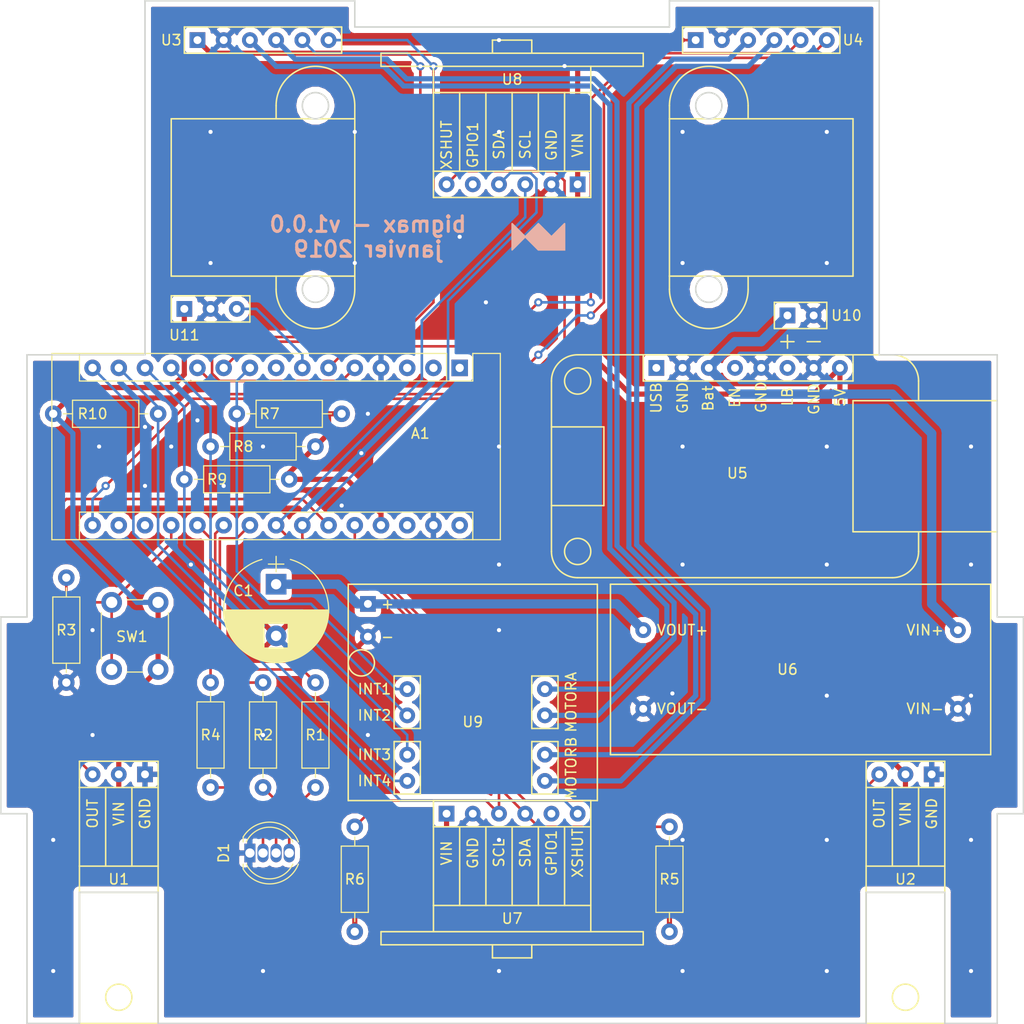
<source format=kicad_pcb>
(kicad_pcb (version 20171130) (host pcbnew "(5.0.2)-1")
  (title_block (title pcb_bigmax) (date 2019-01-17) (rev v1) (company mx))
  (layers (0 F.Cu signal) (31 B.Cu signal) (34 B.Paste user) (35 F.Paste user) (36 B.SilkS user) (37 F.SilkS user) (38 B.Mask user) (39 F.Mask user) (44 Edge.Cuts user))
  (net 0 "")
  (net 1 /XSHUT_b)
  (net 2 /XSHUT_a)
  (net 3 "Net-(A1-Pad30)")
  (net 4 /in4)
  (net 5 /in3)
  (net 6 "Net-(A1-Pad28)")
  (net 7 /in2)
  (net 8 VCC)
  (net 9 /c2_b)
  (net 10 /out_b)
  (net 11 /c2_a)
  (net 12 /out_a)
  (net 13 /in1)
  (net 14 /scl)
  (net 15 "Net-(A1-Pad8)")
  (net 16 /sda)
  (net 17 "Net-(A1-Pad7)")
  (net 18 "Net-(A1-Pad22)")
  (net 19 /c1_b)
  (net 20 "Net-(A1-Pad21)")
  (net 21 /c1_a)
  (net 22 "Net-(A1-Pad20)")
  (net 23 "Net-(A1-Pad19)")
  (net 24 "Net-(A1-Pad3)")
  (net 25 "Net-(A1-Pad18)")
  (net 26 "Net-(A1-Pad2)")
  (net 27 "Net-(A1-Pad17)")
  (net 28 "Net-(A1-Pad1)")
  (net 29 "Net-(D1-Pad4)")
  (net 30 "Net-(D1-Pad3)")
  (net 31 "Net-(D1-Pad2)")
  (net 32 /M1)
  (net 33 /M2)
  (net 34 /M4)
  (net 35 /M3)
  (net 36 +BATT)
  (net 37 +6V)
  (net 38 "Net-(U8-Pad5)")
  (net 39 GND)
  (net 40 "Net-(U5-Pad1)")
  (net 41 "Net-(U5-Pad4)")
  (net 42 "Net-(U5-Pad6)")
  (net 43 "Net-(U7-Pad5)")
  (module bigmax:MT3608 (layer F.Cu) (at 193.04 111.76)
    (fp_text reference U6 (at -16.51 3.81) (layer F.SilkS))
    (fp_text value MT3608)
    (fp_text user VIN+ (at -3.175 0) (layer F.SilkS))
    (fp_text user VIN- (at -3.175 7.62) (layer F.SilkS))
    (fp_text user VOUT+ (at -26.67 0) (layer F.SilkS))
    (fp_text user VOUT- (at -26.67 7.62) (layer F.SilkS))
    (pad 1 thru_hole circle (at 0 0) (size 1.524 1.524) (drill 0.762) (layers *.Cu *.Mask) (net 36 +BATT))
    (pad 3 thru_hole circle (at -30.48 0) (size 1.524 1.524) (drill 0.762) (layers *.Cu *.Mask) (net 37 +6V))
    (pad 2 thru_hole circle (at 0 7.62) (size 1.524 1.524) (drill 0.762) (layers *.Cu *.Mask) (net 39 GND))
    (pad 4 thru_hole circle (at -30.48 7.62) (size 1.524 1.524) (drill 0.762) (layers *.Cu *.Mask) (net 39 GND))
  )
  (module bigmax:batt_connector (layer F.Cu) (at 176.53 81.28)
    (fp_text reference U10 (at 5.715 0) (layer F.SilkS))
    (fp_text value batt_connector)
    (pad 1 thru_hole rect (at 0 0) (size 1.524 1.524) (drill 0.762) (layers *.Cu *.Mask) (net 36 +BATT))
    (pad 2 thru_hole circle (at 2.54 0) (size 1.524 1.524) (drill 0.762) (layers *.Cu *.Mask) (net 39 GND))
  )
  (module bigmax:MX1616 (layer F.Cu) (at 135.89 109.22)
    (fp_text reference U9 (at 10.16 11.43) (layer F.SilkS))
    (fp_text value dc_driver_1A_3-14V)
    (fp_text user MOTORB (at 19.685 15.875 90) (layer F.SilkS))
    (fp_text user MOTORA (at 19.685 9.525 90) (layer F.SilkS))
    (fp_text user INT1 (at 0.635 8.255) (layer F.SilkS))
    (fp_text user INT2 (at 0.635 10.795) (layer F.SilkS))
    (fp_text user INT3 (at 0.635 14.605) (layer F.SilkS))
    (fp_text user INT4 (at 0.635 17.145) (layer F.SilkS))
    (fp_text user + (at 1.905 0) (layer F.SilkS))
    (fp_text user - (at 1.905 3.175) (layer F.SilkS))
    (pad 1 thru_hole rect (at 0 0) (size 1.524 1.524) (drill 0.762) (layers *.Cu *.Mask) (net 37 +6V))
    (pad 2 thru_hole circle (at 0 3.175) (size 1.524 1.524) (drill 0.762) (layers *.Cu *.Mask) (net 39 GND))
    (pad 3 thru_hole circle (at 3.81 8.255) (size 1.524 1.524) (drill 0.762) (layers *.Cu *.Mask) (net 13 /in1))
    (pad 4 thru_hole circle (at 3.81 10.795) (size 1.524 1.524) (drill 0.762) (layers *.Cu *.Mask) (net 7 /in2))
    (pad 5 thru_hole circle (at 3.81 14.605) (size 1.524 1.524) (drill 0.762) (layers *.Cu *.Mask) (net 5 /in3))
    (pad 6 thru_hole circle (at 3.81 17.145) (size 1.524 1.524) (drill 0.762) (layers *.Cu *.Mask) (net 4 /in4))
    (pad 7 thru_hole circle (at 17.145 8.255) (size 1.524 1.524) (drill 0.762) (layers *.Cu *.Mask) (net 32 /M1))
    (pad 8 thru_hole circle (at 17.145 10.795) (size 1.524 1.524) (drill 0.762) (layers *.Cu *.Mask) (net 33 /M2))
    (pad 9 thru_hole circle (at 17.145 14.605) (size 1.524 1.524) (drill 0.762) (layers *.Cu *.Mask) (net 35 /M3))
    (pad 10 thru_hole circle (at 17.145 17.145) (size 1.524 1.524) (drill 0.762) (layers *.Cu *.Mask) (net 34 /M4))
  )
  (module bigmax:dc_geared_encoder (layer F.Cu) (at 167.64 54.61)
    (fp_text reference U4 (at 15.24 0) (layer F.SilkS))
    (fp_text value dc_geared_encoder)
    (pad 6 thru_hole circle (at 12.7 0) (size 1.524 1.524) (drill 0.762) (layers *.Cu *.Mask) (net 9 /c2_b))
    (pad 5 thru_hole circle (at 10.16 0) (size 1.524 1.524) (drill 0.762) (layers *.Cu *.Mask) (net 19 /c1_b))
    (pad 4 thru_hole circle (at 7.62 0) (size 1.524 1.524) (drill 0.762) (layers *.Cu *.Mask) (net 34 /M4))
    (pad 3 thru_hole circle (at 5.08 0) (size 1.524 1.524) (drill 0.762) (layers *.Cu *.Mask) (net 35 /M3))
    (pad 2 thru_hole circle (at 2.54 0) (size 1.524 1.524) (drill 0.762) (layers *.Cu *.Mask) (net 39 GND))
    (pad 1 thru_hole rect (at 0 0) (size 1.524 1.524) (drill 0.762) (layers *.Cu *.Mask) (net 8 VCC))
  )
  (module bigmax:vl53l0x (layer F.Cu) (at 156.21 68.58 180)
    (fp_text reference U8 (at 6.35 10.16 180) (layer F.SilkS))
    (fp_text value VL53L0X_b)
    (fp_text user XSHUT (at 12.7 3.81 270) (layer F.SilkS))
    (fp_text user GPIO1 (at 10.16 3.81 270) (layer F.SilkS))
    (fp_text user SDA (at 7.62 3.81 270) (layer F.SilkS))
    (fp_text user SCL (at 5.08 3.81 270) (layer F.SilkS))
    (fp_text user GND (at 2.54 3.81 270) (layer F.SilkS))
    (fp_text user VIN (at 0 3.81 270) (layer F.SilkS))
    (pad 6 thru_hole circle (at 12.7 0 180) (size 1.524 1.524) (drill 0.762) (layers *.Cu *.Mask) (net 1 /XSHUT_b))
    (pad 5 thru_hole circle (at 10.16 0 180) (size 1.524 1.524) (drill 0.762) (layers *.Cu *.Mask) (net 38 "Net-(U8-Pad5)"))
    (pad 4 thru_hole circle (at 7.62 0 180) (size 1.524 1.524) (drill 0.762) (layers *.Cu *.Mask) (net 14 /scl))
    (pad 3 thru_hole circle (at 5.08 0 180) (size 1.524 1.524) (drill 0.762) (layers *.Cu *.Mask) (net 16 /sda))
    (pad 2 thru_hole circle (at 2.54 0 180) (size 1.524 1.524) (drill 0.762) (layers *.Cu *.Mask) (net 39 GND))
    (pad 1 thru_hole rect (at 0 0 180) (size 1.524 1.524) (drill 0.762) (layers *.Cu *.Mask) (net 8 VCC))
  )
  (module LEDs:LED_D5.0mm-4 (layer F.Cu) (at 124.46 133.35)
    (fp_text reference D1 (at -2.54 0 90) (layer F.SilkS))
    (fp_text value LED_CRGB)
    (pad 4 thru_hole oval (at 3.81 0) (size 1.07 1.8) (drill 0.9) (layers *.Cu *.Mask) (net 29 "Net-(D1-Pad4)"))
    (pad 3 thru_hole oval (at 2.54 0) (size 1.07 1.8) (drill 0.9) (layers *.Cu *.Mask) (net 30 "Net-(D1-Pad3)"))
    (pad 2 thru_hole oval (at 1.27 0) (size 1.07 1.8) (drill 0.9) (layers *.Cu *.Mask) (net 31 "Net-(D1-Pad2)"))
    (pad 1 thru_hole rect (at 0 0) (size 1.07 1.8) (drill 0.9) (layers *.Cu *.Mask) (net 39 GND))
  )
  (module Resistors_THT:R_Axial_DIN0207_L6.3mm_D2.5mm_P10.16mm_Horizontal (layer F.Cu) (at 130.81 116.84 270)
    (fp_text reference R1 (at 5.08 0) (layer F.SilkS))
    (fp_text value 220)
    (pad 1 thru_hole circle (at 0 0 270) (size 1.6 1.6) (drill 0.8) (layers *.Cu *.Mask) (net 18 "Net-(A1-Pad22)"))
    (pad 2 thru_hole oval (at 10.16 0 270) (size 1.6 1.6) (drill 0.8) (layers *.Cu *.Mask) (net 29 "Net-(D1-Pad4)"))
  )
  (module Resistors_THT:R_Axial_DIN0207_L6.3mm_D2.5mm_P10.16mm_Horizontal (layer F.Cu) (at 125.73 116.84 270)
    (fp_text reference R2 (at 5.08 0) (layer F.SilkS))
    (fp_text value 220)
    (pad 2 thru_hole oval (at 10.16 0 270) (size 1.6 1.6) (drill 0.8) (layers *.Cu *.Mask) (net 30 "Net-(D1-Pad3)"))
    (pad 1 thru_hole circle (at 0 0 270) (size 1.6 1.6) (drill 0.8) (layers *.Cu *.Mask) (net 20 "Net-(A1-Pad21)"))
  )
  (module Resistors_THT:R_Axial_DIN0207_L6.3mm_D2.5mm_P10.16mm_Horizontal (layer F.Cu) (at 106.68 116.84 90)
    (fp_text reference R3 (at 5.08 0 180) (layer F.SilkS))
    (fp_text value 1k)
    (pad 1 thru_hole circle (at 0 0 90) (size 1.6 1.6) (drill 0.8) (layers *.Cu *.Mask) (net 39 GND))
    (pad 2 thru_hole oval (at 10.16 0 90) (size 1.6 1.6) (drill 0.8) (layers *.Cu *.Mask) (net 23 "Net-(A1-Pad19)"))
  )
  (module Resistors_THT:R_Axial_DIN0207_L6.3mm_D2.5mm_P10.16mm_Horizontal (layer F.Cu) (at 120.65 116.84 270)
    (fp_text reference R4 (at 5.08 0) (layer F.SilkS))
    (fp_text value 220)
    (pad 2 thru_hole oval (at 10.16 0 270) (size 1.6 1.6) (drill 0.8) (layers *.Cu *.Mask) (net 31 "Net-(D1-Pad2)"))
    (pad 1 thru_hole circle (at 0 0 270) (size 1.6 1.6) (drill 0.8) (layers *.Cu *.Mask) (net 22 "Net-(A1-Pad20)"))
  )
  (module Buttons_Switches_THT:SW_PUSH_6mm (layer F.Cu) (at 115.57 109.07 270)
    (fp_text reference SW1 (at 3.325 2.54) (layer F.SilkS))
    (fp_text value SW_Push)
    (pad 1 thru_hole circle (at 6.5 0) (size 2 2) (drill 1.1) (layers *.Cu *.Mask) (net 8 VCC))
    (pad 2 thru_hole circle (at 6.5 4.5) (size 2 2) (drill 1.1) (layers *.Cu *.Mask) (net 23 "Net-(A1-Pad19)"))
    (pad 1 thru_hole circle (at 0 0) (size 2 2) (drill 1.1) (layers *.Cu *.Mask) (net 8 VCC))
    (pad 2 thru_hole circle (at 0 4.5) (size 2 2) (drill 1.1) (layers *.Cu *.Mask) (net 23 "Net-(A1-Pad19)"))
  )
  (module bigmax:qtr_1rc (layer F.Cu) (at 114.3 125.73 180)
    (fp_text reference U1 (at 2.54 -10.16) (layer F.SilkS))
    (fp_text value qtr-1rc_a)
    (fp_text user GND (at 0 -3.81 270) (layer F.SilkS))
    (fp_text user VIN (at 2.54 -3.81 270) (layer F.SilkS))
    (fp_text user OUT (at 5.08 -3.81 270) (layer F.SilkS))
    (pad 2 thru_hole circle (at 2.54 0 180) (size 1.524 1.524) (drill 0.762) (layers *.Cu *.Mask) (net 8 VCC))
    (pad 3 thru_hole circle (at 5.08 0 180) (size 1.524 1.524) (drill 0.762) (layers *.Cu *.Mask) (net 12 /out_a))
    (pad 1 thru_hole rect (at 0 0 180) (size 1.524 1.524) (drill 0.762) (layers *.Cu *.Mask) (net 39 GND))
  )
  (module bigmax:qtr_1rc (layer F.Cu) (at 190.5 125.73 180)
    (fp_text reference U2 (at 2.54 -10.16) (layer F.SilkS))
    (fp_text value qtr-1rc_b)
    (fp_text user OUT (at 5.08 -3.81 270) (layer F.SilkS))
    (fp_text user VIN (at 2.54 -3.81 270) (layer F.SilkS))
    (fp_text user GND (at 0 -3.81 270) (layer F.SilkS))
    (pad 1 thru_hole rect (at 0 0 180) (size 1.524 1.524) (drill 0.762) (layers *.Cu *.Mask) (net 39 GND))
    (pad 3 thru_hole circle (at 5.08 0 180) (size 1.524 1.524) (drill 0.762) (layers *.Cu *.Mask) (net 10 /out_b))
    (pad 2 thru_hole circle (at 2.54 0 180) (size 1.524 1.524) (drill 0.762) (layers *.Cu *.Mask) (net 8 VCC))
  )
  (module bigmax:dc_geared_encoder (layer F.Cu) (at 119.38 54.61)
    (fp_text reference U3 (at -2.54 0) (layer F.SilkS))
    (fp_text value dc_geared_encoder)
    (pad 1 thru_hole rect (at 0 0) (size 1.524 1.524) (drill 0.762) (layers *.Cu *.Mask) (net 8 VCC))
    (pad 2 thru_hole circle (at 2.54 0) (size 1.524 1.524) (drill 0.762) (layers *.Cu *.Mask) (net 39 GND))
    (pad 3 thru_hole circle (at 5.08 0) (size 1.524 1.524) (drill 0.762) (layers *.Cu *.Mask) (net 32 /M1))
    (pad 4 thru_hole circle (at 7.62 0) (size 1.524 1.524) (drill 0.762) (layers *.Cu *.Mask) (net 33 /M2))
    (pad 5 thru_hole circle (at 10.16 0) (size 1.524 1.524) (drill 0.762) (layers *.Cu *.Mask) (net 21 /c1_a))
    (pad 6 thru_hole circle (at 12.7 0) (size 1.524 1.524) (drill 0.762) (layers *.Cu *.Mask) (net 11 /c2_a))
  )
  (module bigmax:dc_boost_500C (layer F.Cu) (at 163.83 86.36)
    (fp_text reference U5 (at 7.84352 10.20572) (layer F.SilkS))
    (fp_text value TPS61090_dc_boost)
    (fp_text user USB (at -0.01016 2.90576 90) (layer F.SilkS))
    (fp_text user GND (at 2.54 2.90576 90) (layer F.SilkS))
    (fp_text user Bat (at 5.01396 2.95148 90) (layer F.SilkS))
    (fp_text user EN (at 7.59968 2.87528 90) (layer F.SilkS))
    (fp_text user GND (at 10.14984 2.83972 90) (layer F.SilkS))
    (fp_text user LB (at 12.7 2.79908 90) (layer F.SilkS))
    (fp_text user 5V (at 17.8054 2.8702 90) (layer F.SilkS))
    (fp_text user GND (at 15.27048 3.01752 90) (layer F.SilkS))
    (pad 1 thru_hole rect (at 0 0) (size 1.524 1.524) (drill 0.762) (layers *.Cu *.Mask) (net 40 "Net-(U5-Pad1)"))
    (pad 2 thru_hole circle (at 2.54 0) (size 1.524 1.524) (drill 0.762) (layers *.Cu *.Mask) (net 39 GND))
    (pad 3 thru_hole circle (at 5.08 0) (size 1.524 1.524) (drill 0.762) (layers *.Cu *.Mask) (net 36 +BATT))
    (pad 4 thru_hole circle (at 7.62 0) (size 1.524 1.524) (drill 0.762) (layers *.Cu *.Mask) (net 41 "Net-(U5-Pad4)"))
    (pad 5 thru_hole circle (at 10.16 0) (size 1.524 1.524) (drill 0.762) (layers *.Cu *.Mask) (net 39 GND))
    (pad 6 thru_hole circle (at 12.7 0) (size 1.524 1.524) (drill 0.762) (layers *.Cu *.Mask) (net 42 "Net-(U5-Pad6)"))
    (pad 7 thru_hole circle (at 15.24 0) (size 1.524 1.524) (drill 0.762) (layers *.Cu *.Mask) (net 39 GND))
    (pad 8 thru_hole circle (at 17.78 0) (size 1.524 1.524) (drill 0.762) (layers *.Cu *.Mask) (net 8 VCC))
  )
  (module bigmax:vl53l0x (layer F.Cu) (at 143.51 129.54)
    (fp_text reference U7 (at 6.35 10.16) (layer F.SilkS))
    (fp_text value VL53L0X_a)
    (fp_text user VIN (at 0 3.81 90) (layer F.SilkS))
    (fp_text user GND (at 2.54 3.81 90) (layer F.SilkS))
    (fp_text user SCL (at 5.08 3.81 90) (layer F.SilkS))
    (fp_text user SDA (at 7.62 3.81 90) (layer F.SilkS))
    (fp_text user GPIO1 (at 10.16 3.81 90) (layer F.SilkS))
    (fp_text user XSHUT (at 12.7 3.81 90) (layer F.SilkS))
    (pad 1 thru_hole rect (at 0 0) (size 1.524 1.524) (drill 0.762) (layers *.Cu *.Mask) (net 8 VCC))
    (pad 2 thru_hole circle (at 2.54 0) (size 1.524 1.524) (drill 0.762) (layers *.Cu *.Mask) (net 39 GND))
    (pad 3 thru_hole circle (at 5.08 0) (size 1.524 1.524) (drill 0.762) (layers *.Cu *.Mask) (net 16 /sda))
    (pad 4 thru_hole circle (at 7.62 0) (size 1.524 1.524) (drill 0.762) (layers *.Cu *.Mask) (net 14 /scl))
    (pad 5 thru_hole circle (at 10.16 0) (size 1.524 1.524) (drill 0.762) (layers *.Cu *.Mask) (net 43 "Net-(U7-Pad5)"))
    (pad 6 thru_hole circle (at 12.7 0) (size 1.524 1.524) (drill 0.762) (layers *.Cu *.Mask) (net 2 /XSHUT_a))
  )
  (module Resistors_THT:R_Axial_DIN0207_L6.3mm_D2.5mm_P10.16mm_Horizontal (layer F.Cu) (at 165.1 130.81 270)
    (fp_text reference R5 (at 5.08 0) (layer F.SilkS))
    (fp_text value 4.7k)
    (pad 1 thru_hole circle (at 0 0 270) (size 1.6 1.6) (drill 0.8) (layers *.Cu *.Mask) (net 14 /scl))
    (pad 2 thru_hole oval (at 10.16 0 270) (size 1.6 1.6) (drill 0.8) (layers *.Cu *.Mask) (net 8 VCC))
  )
  (module Resistors_THT:R_Axial_DIN0207_L6.3mm_D2.5mm_P10.16mm_Horizontal (layer F.Cu) (at 134.62 130.81 270)
    (fp_text reference R6 (at 5.08 0) (layer F.SilkS))
    (fp_text value 4.7k)
    (pad 2 thru_hole oval (at 10.16 0 270) (size 1.6 1.6) (drill 0.8) (layers *.Cu *.Mask) (net 8 VCC))
    (pad 1 thru_hole circle (at 0 0 270) (size 1.6 1.6) (drill 0.8) (layers *.Cu *.Mask) (net 16 /sda))
  )
  (module Modules:Arduino_Nano (layer F.Cu) (at 144.78 86.36 270)
    (fp_text reference A1 (at 6.35 3.81) (layer F.SilkS))
    (fp_text value Arduino_Nano_v3.x)
    (pad 16 thru_hole oval (at 15.24 35.56 270) (size 1.6 1.6) (drill 0.8) (layers *.Cu *.Mask) (net 1 /XSHUT_b))
    (pad 15 thru_hole oval (at 0 35.56 270) (size 1.6 1.6) (drill 0.8) (layers *.Cu *.Mask) (net 2 /XSHUT_a))
    (pad 30 thru_hole oval (at 15.24 0 270) (size 1.6 1.6) (drill 0.8) (layers *.Cu *.Mask) (net 3 "Net-(A1-Pad30)"))
    (pad 14 thru_hole oval (at 0 33.02 270) (size 1.6 1.6) (drill 0.8) (layers *.Cu *.Mask) (net 4 /in4))
    (pad 29 thru_hole oval (at 15.24 2.54 270) (size 1.6 1.6) (drill 0.8) (layers *.Cu *.Mask) (net 39 GND))
    (pad 13 thru_hole oval (at 0 30.48 270) (size 1.6 1.6) (drill 0.8) (layers *.Cu *.Mask) (net 5 /in3))
    (pad 28 thru_hole oval (at 15.24 5.08 270) (size 1.6 1.6) (drill 0.8) (layers *.Cu *.Mask) (net 6 "Net-(A1-Pad28)"))
    (pad 12 thru_hole oval (at 0 27.94 270) (size 1.6 1.6) (drill 0.8) (layers *.Cu *.Mask) (net 7 /in2))
    (pad 27 thru_hole oval (at 15.24 7.62 270) (size 1.6 1.6) (drill 0.8) (layers *.Cu *.Mask) (net 8 VCC))
    (pad 11 thru_hole oval (at 0 25.4 270) (size 1.6 1.6) (drill 0.8) (layers *.Cu *.Mask) (net 9 /c2_b))
    (pad 26 thru_hole oval (at 15.24 10.16 270) (size 1.6 1.6) (drill 0.8) (layers *.Cu *.Mask) (net 10 /out_b))
    (pad 10 thru_hole oval (at 0 22.86 270) (size 1.6 1.6) (drill 0.8) (layers *.Cu *.Mask) (net 11 /c2_a))
    (pad 25 thru_hole oval (at 15.24 12.7 270) (size 1.6 1.6) (drill 0.8) (layers *.Cu *.Mask) (net 12 /out_a))
    (pad 9 thru_hole oval (at 0 20.32 270) (size 1.6 1.6) (drill 0.8) (layers *.Cu *.Mask) (net 13 /in1))
    (pad 24 thru_hole oval (at 15.24 15.24 270) (size 1.6 1.6) (drill 0.8) (layers *.Cu *.Mask) (net 14 /scl))
    (pad 8 thru_hole oval (at 0 17.78 270) (size 1.6 1.6) (drill 0.8) (layers *.Cu *.Mask) (net 15 "Net-(A1-Pad8)"))
    (pad 23 thru_hole oval (at 15.24 17.78 270) (size 1.6 1.6) (drill 0.8) (layers *.Cu *.Mask) (net 16 /sda))
    (pad 7 thru_hole oval (at 0 15.24 270) (size 1.6 1.6) (drill 0.8) (layers *.Cu *.Mask) (net 17 "Net-(A1-Pad7)"))
    (pad 22 thru_hole oval (at 15.24 20.32 270) (size 1.6 1.6) (drill 0.8) (layers *.Cu *.Mask) (net 18 "Net-(A1-Pad22)"))
    (pad 6 thru_hole oval (at 0 12.7 270) (size 1.6 1.6) (drill 0.8) (layers *.Cu *.Mask) (net 19 /c1_b))
    (pad 21 thru_hole oval (at 15.24 22.86 270) (size 1.6 1.6) (drill 0.8) (layers *.Cu *.Mask) (net 20 "Net-(A1-Pad21)"))
    (pad 5 thru_hole oval (at 0 10.16 270) (size 1.6 1.6) (drill 0.8) (layers *.Cu *.Mask) (net 21 /c1_a))
    (pad 20 thru_hole oval (at 15.24 25.4 270) (size 1.6 1.6) (drill 0.8) (layers *.Cu *.Mask) (net 22 "Net-(A1-Pad20)"))
    (pad 4 thru_hole oval (at 0 7.62 270) (size 1.6 1.6) (drill 0.8) (layers *.Cu *.Mask) (net 39 GND))
    (pad 19 thru_hole oval (at 15.24 27.94 270) (size 1.6 1.6) (drill 0.8) (layers *.Cu *.Mask) (net 23 "Net-(A1-Pad19)"))
    (pad 3 thru_hole oval (at 0 5.08 270) (size 1.6 1.6) (drill 0.8) (layers *.Cu *.Mask) (net 24 "Net-(A1-Pad3)"))
    (pad 18 thru_hole oval (at 15.24 30.48 270) (size 1.6 1.6) (drill 0.8) (layers *.Cu *.Mask) (net 25 "Net-(A1-Pad18)"))
    (pad 2 thru_hole oval (at 0 2.54 270) (size 1.6 1.6) (drill 0.8) (layers *.Cu *.Mask) (net 26 "Net-(A1-Pad2)"))
    (pad 17 thru_hole oval (at 15.24 33.02 270) (size 1.6 1.6) (drill 0.8) (layers *.Cu *.Mask) (net 27 "Net-(A1-Pad17)"))
    (pad 1 thru_hole rect (at 0 0 270) (size 1.6 1.6) (drill 0.8) (layers *.Cu *.Mask) (net 28 "Net-(A1-Pad1)"))
  )
  (module Capacitors_THT:CP_Radial_D10.0mm_P5.00mm (layer F.Cu) (at 127 107.315 270)
    (fp_text reference C1 (at 0.635 3.175) (layer F.SilkS))
    (fp_text value 470µF)
    (pad 1 thru_hole rect (at 0 0 270) (size 2 2) (drill 1) (layers *.Cu *.Mask) (net 37 +6V))
    (pad 2 thru_hole circle (at 5 0 270) (size 2 2) (drill 1) (layers *.Cu *.Mask) (net 39 GND))
  )
  (module Resistors_THT:R_Axial_DIN0207_L6.3mm_D2.5mm_P10.16mm_Horizontal (layer F.Cu) (at 123.19 90.805)
    (fp_text reference R7 (at 3.175 0) (layer F.SilkS))
    (fp_text value 4.7k)
    (pad 2 thru_hole oval (at 10.16 0) (size 1.6 1.6) (drill 0.8) (layers *.Cu *.Mask) (net 8 VCC))
    (pad 1 thru_hole circle (at 0 0) (size 1.6 1.6) (drill 0.8) (layers *.Cu *.Mask) (net 13 /in1))
  )
  (module Resistors_THT:R_Axial_DIN0207_L6.3mm_D2.5mm_P10.16mm_Horizontal (layer F.Cu) (at 120.65 93.98)
    (fp_text reference R8 (at 3.175 0) (layer F.SilkS))
    (fp_text value 4.7k)
    (pad 1 thru_hole circle (at 0 0) (size 1.6 1.6) (drill 0.8) (layers *.Cu *.Mask) (net 7 /in2))
    (pad 2 thru_hole oval (at 10.16 0) (size 1.6 1.6) (drill 0.8) (layers *.Cu *.Mask) (net 8 VCC))
  )
  (module Resistors_THT:R_Axial_DIN0207_L6.3mm_D2.5mm_P10.16mm_Horizontal (layer F.Cu) (at 118.11 97.155)
    (fp_text reference R9 (at 3.175 0) (layer F.SilkS))
    (fp_text value 4.7k)
    (pad 2 thru_hole oval (at 10.16 0) (size 1.6 1.6) (drill 0.8) (layers *.Cu *.Mask) (net 8 VCC))
    (pad 1 thru_hole circle (at 0 0) (size 1.6 1.6) (drill 0.8) (layers *.Cu *.Mask) (net 5 /in3))
  )
  (module Resistors_THT:R_Axial_DIN0207_L6.3mm_D2.5mm_P10.16mm_Horizontal (layer F.Cu) (at 115.57 90.805 180)
    (fp_text reference R10 (at 6.35 0 180) (layer F.SilkS))
    (fp_text value 4.7k)
    (pad 2 thru_hole oval (at 10.16 0 180) (size 1.6 1.6) (drill 0.8) (layers *.Cu *.Mask) (net 8 VCC))
    (pad 1 thru_hole circle (at 0 0 180) (size 1.6 1.6) (drill 0.8) (layers *.Cu *.Mask) (net 4 /in4))
  )
  (module bigmax:micro_start (layer F.Cu) (at 118.11 80.645)
    (fp_text reference U11 (at 0 2.54) (layer F.SilkS))
    (fp_text value micro_start)
    (pad 1 thru_hole rect (at 0 0) (size 1.524 1.524) (drill 0.762) (layers *.Cu *.Mask) (net 8 VCC))
    (pad 2 thru_hole circle (at 2.54 0) (size 1.524 1.524) (drill 0.762) (layers *.Cu *.Mask) (net 39 GND))
    (pad 3 thru_hole circle (at 5.08 0) (size 1.524 1.524) (drill 0.762) (layers *.Cu *.Mask) (net 17 "Net-(A1-Pad7)"))
  )
  (gr_line (start 178.435 83.82) (end 179.705 83.82) (layer F.SilkS) (width 0.15))
  (gr_line (start 175.895 83.82) (end 177.165 83.82) (layer F.SilkS) (width 0.15))
  (gr_line (start 176.53 83.185) (end 176.53 84.455) (layer F.SilkS) (width 0.15))
  (gr_circle (center 168.91 60.96) (end 170.18 60.96) (layer Edge.Cuts) (width 0.15))
  (gr_circle (center 168.91 78.74) (end 170.18 78.74) (layer Edge.Cuts) (width 0.15))
  (gr_circle (center 130.81 78.74) (end 132.08 78.74) (layer Edge.Cuts) (width 0.15))
  (gr_circle (center 130.81 60.96) (end 132.08 60.96) (layer Edge.Cuts) (width 0.15))
  (gr_poly (pts (xy 154.94 74.93) (xy 154.94 72.39) (xy 153.67 73.66) (xy 152.4 72.39) (xy 151.13 73.66) (xy 149.86 72.39) (xy 149.86 74.93) (xy 151.13 73.66) (xy 152.4 74.93)) (layer B.SilkS) (width 0.15))
  (gr_text "bigmax - v1.0.0\njanvier 2019" (at 135.89 73.66) (layer B.SilkS) (effects (font (size 1.5 1.5) (thickness 0.3)) (justify mirror)))
  (gr_line (start 182.88 77.47) (end 165.1 77.47) (layer F.SilkS) (width 0.15))
  (gr_line (start 165.1 77.47) (end 165.1 62.23) (layer F.SilkS) (width 0.15))
  (gr_line (start 172.72 60.96) (end 172.72 62.23) (layer F.SilkS) (width 0.15))
  (gr_arc (start 168.91 60.96) (end 172.72 60.96) (angle -180) (layer F.SilkS) (width 0.15))
  (gr_line (start 182.88 62.23) (end 182.88 77.47) (layer F.SilkS) (width 0.15))
  (gr_line (start 165.1 60.96) (end 165.1 62.23) (layer F.SilkS) (width 0.15))
  (gr_arc (start 168.91 78.74) (end 165.1 78.74) (angle -180) (layer F.SilkS) (width 0.15))
  (gr_line (start 165.1 77.47) (end 165.1 78.74) (layer F.SilkS) (width 0.15))
  (gr_line (start 172.72 77.47) (end 172.72 78.74) (layer F.SilkS) (width 0.15))
  (gr_line (start 165.1 62.23) (end 182.88 62.23) (layer F.SilkS) (width 0.15))
  (gr_line (start 134.62 78.74) (end 134.62 77.47) (layer F.SilkS) (width 0.15))
  (gr_line (start 134.62 62.23) (end 134.62 60.96) (layer F.SilkS) (width 0.15))
  (gr_line (start 127 62.23) (end 127 60.96) (layer F.SilkS) (width 0.15))
  (gr_line (start 127 78.74) (end 127 77.47) (layer F.SilkS) (width 0.15))
  (gr_arc (start 130.81 78.74) (end 127 78.74) (angle -180) (layer F.SilkS) (width 0.15))
  (gr_arc (start 130.81 60.96) (end 134.62 60.96) (angle -180) (layer F.SilkS) (width 0.15))
  (gr_line (start 116.84 77.47) (end 116.84 62.23) (layer F.SilkS) (width 0.15))
  (gr_line (start 134.62 77.47) (end 116.84 77.47) (layer F.SilkS) (width 0.15))
  (gr_line (start 134.62 62.23) (end 134.62 77.47) (layer F.SilkS) (width 0.15))
  (gr_line (start 116.84 62.23) (end 134.62 62.23) (layer F.SilkS) (width 0.15))
  (gr_line (start 107.95 149.86) (end 102.87 149.86) (layer Edge.Cuts) (width 0.15))
  (gr_line (start 191.77 149.86) (end 196.85 149.86) (layer Edge.Cuts) (width 0.15))
  (gr_line (start 184.15 137.16) (end 184.15 149.86) (layer Edge.Cuts) (width 0.15))
  (gr_line (start 191.77 137.16) (end 184.15 137.16) (layer Edge.Cuts) (width 0.15))
  (gr_line (start 191.77 149.86) (end 191.77 137.16) (layer Edge.Cuts) (width 0.15))
  (gr_line (start 115.57 137.16) (end 115.57 149.86) (layer Edge.Cuts) (width 0.15))
  (gr_line (start 107.95 137.16) (end 115.57 137.16) (layer Edge.Cuts) (width 0.15))
  (gr_line (start 107.95 149.86) (end 107.95 137.16) (layer Edge.Cuts) (width 0.15))
  (gr_line (start 196.85 129.54) (end 196.85 149.86) (layer Edge.Cuts) (width 0.15))
  (gr_line (start 199.39 129.54) (end 196.85 129.54) (layer Edge.Cuts) (width 0.15))
  (gr_line (start 196.85 110.49) (end 199.39 110.49) (layer Edge.Cuts) (width 0.15))
  (gr_line (start 196.85 85.09) (end 196.85 110.49) (layer Edge.Cuts) (width 0.15))
  (gr_line (start 102.87 129.54) (end 102.87 149.86) (layer Edge.Cuts) (width 0.15))
  (gr_line (start 100.33 129.54) (end 102.87 129.54) (layer Edge.Cuts) (width 0.15))
  (gr_line (start 102.87 110.49) (end 100.33 110.49) (layer Edge.Cuts) (width 0.15))
  (gr_line (start 102.87 85.09) (end 102.87 110.49) (layer Edge.Cuts) (width 0.15))
  (gr_line (start 165.1 50.8) (end 185.42 50.8) (layer Edge.Cuts) (width 0.15))
  (gr_line (start 165.1 53.34) (end 165.1 50.8) (layer Edge.Cuts) (width 0.15))
  (gr_line (start 134.62 53.34) (end 165.1 53.34) (layer Edge.Cuts) (width 0.15))
  (gr_line (start 134.62 50.8) (end 134.62 53.34) (layer Edge.Cuts) (width 0.15))
  (gr_line (start 114.3 85.09) (end 114.3 50.8) (layer Edge.Cuts) (width 0.15))
  (gr_line (start 102.87 85.09) (end 114.3 85.09) (layer Edge.Cuts) (width 0.15))
  (gr_line (start 100.33 129.54) (end 100.33 110.49) (layer Edge.Cuts) (width 0.15))
  (gr_line (start 184.15 149.86) (end 115.57 149.86) (layer Edge.Cuts) (width 0.15))
  (gr_line (start 199.39 110.49) (end 199.39 129.54) (layer Edge.Cuts) (width 0.15))
  (gr_line (start 185.42 85.09) (end 196.85 85.09) (layer Edge.Cuts) (width 0.15))
  (gr_line (start 185.42 50.8) (end 185.42 85.09) (layer Edge.Cuts) (width 0.15))
  (gr_line (start 114.3 50.8) (end 134.62 50.8) (layer Edge.Cuts) (width 0.15))
  (segment (start 109.22 101.6) (end 109.22 99.06) (width 0.25) (layer B.Cu) (net 1))
  (via (at 110.49 97.79) (size 0.8) (drill 0.4) (layers F.Cu B.Cu) (net 1))
  (segment (start 109.22 99.06) (end 110.49 97.79) (width 0.25) (layer B.Cu) (net 1))
  (segment (start 110.889999 97.390001) (end 110.49 97.79) (width 0.25) (layer F.Cu) (net 1))
  (segment (start 118.929989 89.350011) (end 110.889999 97.390001) (width 0.25) (layer F.Cu) (net 1))
  (segment (start 144.78 67.31) (end 154.008762 67.31) (width 0.25) (layer F.Cu) (net 1))
  (segment (start 143.51 68.58) (end 144.78 67.31) (width 0.25) (layer F.Cu) (net 1))
  (segment (start 154.008762 67.31) (end 154.94 68.241238) (width 0.25) (layer F.Cu) (net 1))
  (segment (start 154.94 83.82) (end 149.409989 89.350011) (width 0.25) (layer F.Cu) (net 1))
  (segment (start 154.94 68.241238) (end 154.94 83.82) (width 0.25) (layer F.Cu) (net 1))
  (segment (start 149.409989 89.350011) (end 118.929989 89.350011) (width 0.25) (layer F.Cu) (net 1))
  (segment (start 110.019999 87.159999) (end 109.22 86.36) (width 0.25) (layer B.Cu) (net 2))
  (segment (start 113.174999 90.314999) (end 110.019999 87.159999) (width 0.25) (layer B.Cu) (net 2))
  (segment (start 113.174999 102.38141) (end 113.174999 90.314999) (width 0.25) (layer B.Cu) (net 2))
  (segment (start 139.063589 128.27) (end 113.174999 102.38141) (width 0.25) (layer B.Cu) (net 2))
  (segment (start 156.21 129.54) (end 154.94 128.27) (width 0.25) (layer B.Cu) (net 2))
  (segment (start 154.94 128.27) (end 139.063589 128.27) (width 0.25) (layer B.Cu) (net 2))
  (segment (start 115.57 90.17) (end 111.76 86.36) (width 0.25) (layer B.Cu) (net 4))
  (segment (start 115.57 103.505) (end 115.57 90.17) (width 0.25) (layer B.Cu) (net 4))
  (segment (start 139.7 126.365) (end 138.43 126.365) (width 0.25) (layer B.Cu) (net 4))
  (segment (start 138.43 126.365) (end 115.57 103.505) (width 0.25) (layer B.Cu) (net 4))
  (segment (start 115.099999 87.159999) (end 114.3 86.36) (width 0.25) (layer B.Cu) (net 5))
  (segment (start 139.7 121.92) (end 128.27 110.49) (width 0.25) (layer B.Cu) (net 5))
  (segment (start 139.7 123.825) (end 139.7 121.92) (width 0.25) (layer B.Cu) (net 5))
  (segment (start 128.27 110.49) (end 125.095 110.49) (width 0.25) (layer B.Cu) (net 5))
  (segment (start 125.095 110.49) (end 118.11 103.505) (width 0.25) (layer B.Cu) (net 5))
  (segment (start 118.11 103.505) (end 118.11 90.17) (width 0.25) (layer B.Cu) (net 5))
  (segment (start 118.11 90.17) (end 115.099999 87.159999) (width 0.25) (layer B.Cu) (net 5))
  (segment (start 117.639999 87.159999) (end 116.84 86.36) (width 0.25) (layer B.Cu) (net 7))
  (segment (start 120.65 90.17) (end 117.639999 87.159999) (width 0.25) (layer B.Cu) (net 7))
  (segment (start 120.65 104.775) (end 120.65 90.17) (width 0.25) (layer B.Cu) (net 7))
  (segment (start 125.73 109.855) (end 120.65 104.775) (width 0.25) (layer B.Cu) (net 7))
  (segment (start 139.7 120.015) (end 129.54 109.855) (width 0.25) (layer B.Cu) (net 7))
  (segment (start 129.54 109.855) (end 125.73 109.855) (width 0.25) (layer B.Cu) (net 7))
  (segment (start 181.61 119.38) (end 187.96 125.73) (width 0.5) (layer F.Cu) (net 8))
  (segment (start 181.61 86.36) (end 181.61 119.38) (width 0.5) (layer F.Cu) (net 8))
  (segment (start 111.76 119.38) (end 115.57 115.57) (width 0.5) (layer F.Cu) (net 8))
  (segment (start 111.76 125.73) (end 111.76 119.38) (width 0.5) (layer F.Cu) (net 8))
  (segment (start 115.57 115.57) (end 115.57 109.07) (width 0.5) (layer F.Cu) (net 8))
  (segment (start 156.21 68.58) (end 156.21 57.15) (width 0.5) (layer F.Cu) (net 8))
  (segment (start 156.21 57.15) (end 156.21 55.88) (width 0.5) (layer F.Cu) (net 8))
  (segment (start 156.21 83.82) (end 156.21 82.55) (width 0.5) (layer F.Cu) (net 8))
  (segment (start 156.21 82.55) (end 156.21 68.58) (width 0.5) (layer F.Cu) (net 8))
  (segment (start 166.37 54.61) (end 167.64 54.61) (width 0.25) (layer F.Cu) (net 8))
  (segment (start 165.1 140.97) (end 165.1 138.43) (width 0.5) (layer F.Cu) (net 8))
  (segment (start 149.86 90.17) (end 156.21 83.82) (width 0.5) (layer F.Cu) (net 8))
  (segment (start 142.24 90.17) (end 149.86 90.17) (width 0.5) (layer F.Cu) (net 8))
  (segment (start 137.16 101.6) (end 137.16 95.25) (width 0.5) (layer F.Cu) (net 8))
  (segment (start 137.16 95.25) (end 142.24 90.17) (width 0.5) (layer F.Cu) (net 8))
  (segment (start 179.07 88.9) (end 181.61 86.36) (width 0.5) (layer F.Cu) (net 8))
  (segment (start 156.21 83.82) (end 161.29 88.9) (width 0.5) (layer F.Cu) (net 8))
  (segment (start 161.29 88.9) (end 179.07 88.9) (width 0.5) (layer F.Cu) (net 8))
  (segment (start 120.65 55.88) (end 119.38 54.61) (width 0.5) (layer F.Cu) (net 8))
  (segment (start 160.02 55.88) (end 120.65 55.88) (width 0.5) (layer F.Cu) (net 8))
  (segment (start 166.37 54.61) (end 161.29 54.61) (width 0.5) (layer F.Cu) (net 8))
  (segment (start 161.29 54.61) (end 160.02 55.88) (width 0.5) (layer F.Cu) (net 8))
  (segment (start 187.96 129.54) (end 179.07 138.43) (width 0.5) (layer F.Cu) (net 8))
  (segment (start 187.96 125.73) (end 187.96 129.54) (width 0.5) (layer F.Cu) (net 8))
  (segment (start 179.07 138.43) (end 165.1 138.43) (width 0.5) (layer F.Cu) (net 8))
  (segment (start 165.1 138.43) (end 134.62 138.43) (width 0.5) (layer F.Cu) (net 8))
  (segment (start 134.62 140.97) (end 134.62 138.43) (width 0.5) (layer F.Cu) (net 8))
  (segment (start 121.92 138.43) (end 111.76 128.27) (width 0.5) (layer F.Cu) (net 8))
  (segment (start 134.62 138.43) (end 121.92 138.43) (width 0.5) (layer F.Cu) (net 8))
  (segment (start 111.76 128.27) (end 111.76 125.73) (width 0.5) (layer F.Cu) (net 8))
  (segment (start 143.51 129.54) (end 143.51 138.43) (width 0.5) (layer F.Cu) (net 8))
  (segment (start 133.35 90.805) (end 132.08 90.805) (width 0.5) (layer F.Cu) (net 8))
  (segment (start 132.08 92.71) (end 130.81 93.98) (width 0.5) (layer F.Cu) (net 8))
  (segment (start 128.27 96.52) (end 128.27 97.155) (width 0.5) (layer F.Cu) (net 8))
  (segment (start 130.81 93.98) (end 128.27 96.52) (width 0.5) (layer F.Cu) (net 8))
  (segment (start 129.40137 97.155) (end 128.27 97.155) (width 0.5) (layer F.Cu) (net 8))
  (segment (start 133.84637 97.155) (end 129.40137 97.155) (width 0.5) (layer F.Cu) (net 8))
  (segment (start 137.16 100.46863) (end 133.84637 97.155) (width 0.5) (layer F.Cu) (net 8))
  (segment (start 137.16 101.6) (end 137.16 100.46863) (width 0.25) (layer F.Cu) (net 8))
  (segment (start 113.515 109.07) (end 115.57 109.07) (width 0.5) (layer B.Cu) (net 8))
  (segment (start 107.315 102.87) (end 113.515 109.07) (width 0.5) (layer B.Cu) (net 8))
  (segment (start 107.315 92.71) (end 107.315 102.87) (width 0.5) (layer B.Cu) (net 8))
  (segment (start 105.41 90.805) (end 107.315 92.71) (width 0.5) (layer B.Cu) (net 8))
  (segment (start 132.08 90.805) (end 132.08 92.71) (width 0.5) (layer F.Cu) (net 8))
  (segment (start 106.209999 90.005001) (end 105.41 90.805) (width 0.5) (layer F.Cu) (net 8))
  (segment (start 107.95 88.265) (end 106.209999 90.005001) (width 0.5) (layer F.Cu) (net 8))
  (segment (start 116.84 88.265) (end 107.95 88.265) (width 0.5) (layer F.Cu) (net 8))
  (segment (start 118.11 86.995) (end 116.84 88.265) (width 0.5) (layer F.Cu) (net 8))
  (segment (start 118.11 80.645) (end 118.11 86.995) (width 0.5) (layer F.Cu) (net 8))
  (via (at 157.48 81.28) (size 0.8) (drill 0.4) (layers F.Cu B.Cu) (net 9))
  (via (at 152.4 85.090006) (size 0.8) (drill 0.4) (layers F.Cu B.Cu) (net 9))
  (segment (start 152.000001 85.490005) (end 152.4 85.090006) (width 0.25) (layer F.Cu) (net 9))
  (segment (start 148.590006 88.9) (end 152.000001 85.490005) (width 0.25) (layer F.Cu) (net 9))
  (segment (start 121.92 88.9) (end 148.590006 88.9) (width 0.25) (layer F.Cu) (net 9))
  (segment (start 157.48 81.28) (end 156.210006 81.28) (width 0.25) (layer B.Cu) (net 9))
  (segment (start 152.799999 84.690007) (end 152.4 85.090006) (width 0.25) (layer B.Cu) (net 9))
  (segment (start 119.38 86.36) (end 121.92 88.9) (width 0.25) (layer F.Cu) (net 9))
  (segment (start 156.210006 81.28) (end 152.799999 84.690007) (width 0.25) (layer B.Cu) (net 9))
  (segment (start 178.619991 56.330009) (end 180.34 54.61) (width 0.25) (layer F.Cu) (net 9))
  (segment (start 162.109991 56.330009) (end 178.619991 56.330009) (width 0.25) (layer F.Cu) (net 9))
  (segment (start 158.75 59.69) (end 162.109991 56.330009) (width 0.25) (layer F.Cu) (net 9))
  (segment (start 157.48 81.28) (end 158.75 80.01) (width 0.25) (layer F.Cu) (net 9))
  (segment (start 158.75 80.01) (end 158.75 59.69) (width 0.25) (layer F.Cu) (net 9))
  (segment (start 182.88 128.27) (end 185.42 125.73) (width 0.25) (layer F.Cu) (net 10))
  (segment (start 151.13 128.27) (end 182.88 128.27) (width 0.25) (layer F.Cu) (net 10))
  (segment (start 149.494002 126.634002) (end 151.13 128.27) (width 0.25) (layer F.Cu) (net 10))
  (segment (start 149.494002 119.014002) (end 149.494002 126.634002) (width 0.25) (layer F.Cu) (net 10))
  (segment (start 134.62 101.6) (end 134.62 104.14) (width 0.25) (layer F.Cu) (net 10))
  (segment (start 134.62 104.14) (end 149.494002 119.014002) (width 0.25) (layer F.Cu) (net 10))
  (via (at 142.24 57.15) (size 0.8) (drill 0.4) (layers F.Cu B.Cu) (net 11))
  (segment (start 142.24 80.01) (end 142.24 57.715685) (width 0.25) (layer F.Cu) (net 11))
  (segment (start 124.46 83.82) (end 138.43 83.82) (width 0.25) (layer F.Cu) (net 11))
  (segment (start 121.92 86.36) (end 124.46 83.82) (width 0.25) (layer F.Cu) (net 11))
  (segment (start 138.43 83.82) (end 142.24 80.01) (width 0.25) (layer F.Cu) (net 11))
  (segment (start 142.24 57.715685) (end 142.24 57.15) (width 0.25) (layer F.Cu) (net 11))
  (segment (start 133.35 54.61) (end 132.08 54.61) (width 0.25) (layer B.Cu) (net 11))
  (segment (start 142.24 57.15) (end 139.7 54.61) (width 0.25) (layer B.Cu) (net 11))
  (segment (start 139.7 54.61) (end 133.35 54.61) (width 0.25) (layer B.Cu) (net 11))
  (segment (start 109.22 125.73) (end 104.14 120.65) (width 0.25) (layer F.Cu) (net 12))
  (segment (start 104.14 120.65) (end 104.14 101.6) (width 0.25) (layer F.Cu) (net 12))
  (segment (start 104.14 101.6) (end 106.68 99.06) (width 0.25) (layer F.Cu) (net 12))
  (segment (start 106.68 99.06) (end 129.54 99.06) (width 0.25) (layer F.Cu) (net 12))
  (segment (start 129.54 99.06) (end 132.08 101.6) (width 0.25) (layer F.Cu) (net 12))
  (segment (start 124.46 86.36) (end 123.19 87.63) (width 0.25) (layer B.Cu) (net 13))
  (segment (start 123.19 87.63) (end 123.19 106.04359) (width 0.25) (layer B.Cu) (net 13))
  (segment (start 138.62237 117.475) (end 139.7 117.475) (width 0.25) (layer B.Cu) (net 13))
  (segment (start 126.36641 109.22) (end 130.36737 109.22) (width 0.25) (layer B.Cu) (net 13))
  (segment (start 130.36737 109.22) (end 138.62237 117.475) (width 0.25) (layer B.Cu) (net 13))
  (segment (start 123.19 106.04359) (end 126.36641 109.22) (width 0.25) (layer B.Cu) (net 13))
  (segment (start 149.351999 67.818001) (end 148.59 68.58) (width 0.25) (layer B.Cu) (net 14))
  (segment (start 149.677001 67.492999) (end 149.351999 67.818001) (width 0.25) (layer B.Cu) (net 14))
  (segment (start 151.651761 67.492999) (end 149.677001 67.492999) (width 0.25) (layer B.Cu) (net 14))
  (segment (start 152.217001 68.058239) (end 151.651761 67.492999) (width 0.25) (layer B.Cu) (net 14))
  (segment (start 152.217001 71.305819) (end 152.217001 68.058239) (width 0.25) (layer B.Cu) (net 14))
  (segment (start 143.654999 79.867821) (end 152.217001 71.305819) (width 0.25) (layer B.Cu) (net 14))
  (segment (start 143.654999 87.485001) (end 143.654999 79.867821) (width 0.25) (layer B.Cu) (net 14))
  (segment (start 129.54 101.6) (end 143.654999 87.485001) (width 0.25) (layer B.Cu) (net 14))
  (segment (start 152.4 130.81) (end 151.13 129.54) (width 0.25) (layer F.Cu) (net 14))
  (segment (start 165.1 130.81) (end 152.4 130.81) (width 0.25) (layer F.Cu) (net 14))
  (segment (start 149.04001 127.45001) (end 150.368001 128.778001) (width 0.25) (layer F.Cu) (net 14))
  (segment (start 129.54 102.87) (end 130.81 104.14) (width 0.25) (layer F.Cu) (net 14))
  (segment (start 130.81 104.14) (end 133.98359 104.14) (width 0.25) (layer F.Cu) (net 14))
  (segment (start 133.98359 104.14) (end 135.439989 105.5964) (width 0.25) (layer F.Cu) (net 14))
  (segment (start 150.368001 128.778001) (end 151.13 129.54) (width 0.25) (layer F.Cu) (net 14))
  (segment (start 135.439989 105.5964) (end 149.04001 119.196421) (width 0.25) (layer F.Cu) (net 14))
  (segment (start 129.54 101.6) (end 129.54 102.87) (width 0.25) (layer F.Cu) (net 14))
  (segment (start 149.04001 119.196421) (end 149.04001 127.45001) (width 0.25) (layer F.Cu) (net 14))
  (segment (start 151.13 69.65763) (end 151.13 68.58) (width 0.25) (layer B.Cu) (net 16))
  (segment (start 151.13 71.75641) (end 151.13 69.65763) (width 0.25) (layer B.Cu) (net 16))
  (segment (start 141.114999 81.771411) (end 151.13 71.75641) (width 0.25) (layer B.Cu) (net 16))
  (segment (start 141.114999 87.485001) (end 141.114999 81.771411) (width 0.25) (layer B.Cu) (net 16))
  (segment (start 127 101.6) (end 141.114999 87.485001) (width 0.25) (layer B.Cu) (net 16))
  (segment (start 148.59 119.382821) (end 133.79719 104.590011) (width 0.25) (layer F.Cu) (net 16))
  (segment (start 148.59 129.54) (end 148.59 119.382821) (width 0.25) (layer F.Cu) (net 16))
  (segment (start 147.828001 128.778001) (end 148.59 129.54) (width 0.25) (layer F.Cu) (net 16))
  (segment (start 147.32 128.27) (end 147.828001 128.778001) (width 0.25) (layer F.Cu) (net 16))
  (segment (start 134.62 130.81) (end 137.16 128.27) (width 0.25) (layer F.Cu) (net 16))
  (segment (start 137.16 128.27) (end 147.32 128.27) (width 0.25) (layer F.Cu) (net 16))
  (segment (start 133.79719 104.590011) (end 129.990011 104.590011) (width 0.25) (layer F.Cu) (net 16))
  (segment (start 129.990011 104.590011) (end 127.799999 102.399999) (width 0.25) (layer F.Cu) (net 16))
  (segment (start 127.799999 102.399999) (end 127 101.6) (width 0.25) (layer F.Cu) (net 16))
  (segment (start 129.54 85.09) (end 129.54 86.36) (width 0.25) (layer B.Cu) (net 17))
  (segment (start 123.19 80.645) (end 125.095 80.645) (width 0.25) (layer B.Cu) (net 17))
  (segment (start 125.095 80.645) (end 129.54 85.09) (width 0.25) (layer B.Cu) (net 17))
  (segment (start 130.81 116.84) (end 129.54 115.57) (width 0.25) (layer F.Cu) (net 18))
  (segment (start 129.54 115.57) (end 122.55641 115.57) (width 0.25) (layer F.Cu) (net 18))
  (segment (start 122.55641 115.57) (end 121.55002 114.56361) (width 0.25) (layer F.Cu) (net 18))
  (segment (start 121.55002 114.56361) (end 121.55002 102.87) (width 0.25) (layer F.Cu) (net 18))
  (segment (start 123.19 102.87) (end 124.46 101.6) (width 0.25) (layer F.Cu) (net 18))
  (segment (start 121.55002 102.87) (end 123.19 102.87) (width 0.25) (layer F.Cu) (net 18))
  (via (at 157.48 80.01) (size 0.8) (drill 0.4) (layers F.Cu B.Cu) (net 19))
  (via (at 152.4 80.01) (size 0.8) (drill 0.4) (layers F.Cu B.Cu) (net 19))
  (segment (start 152.4 80.01) (end 157.48 80.01) (width 0.25) (layer B.Cu) (net 19))
  (segment (start 176.530002 55.879998) (end 177.8 54.61) (width 0.25) (layer F.Cu) (net 19))
  (segment (start 161.923591 55.879998) (end 176.530002 55.879998) (width 0.25) (layer F.Cu) (net 19))
  (segment (start 157.48 80.01) (end 157.48 60.323589) (width 0.25) (layer F.Cu) (net 19))
  (segment (start 157.48 60.323589) (end 161.923591 55.879998) (width 0.25) (layer F.Cu) (net 19))
  (segment (start 148.139989 84.270011) (end 152.000001 80.409999) (width 0.25) (layer F.Cu) (net 19))
  (segment (start 134.169989 84.270011) (end 148.139989 84.270011) (width 0.25) (layer F.Cu) (net 19))
  (segment (start 132.08 86.36) (end 134.169989 84.270011) (width 0.25) (layer F.Cu) (net 19))
  (segment (start 152.000001 80.409999) (end 152.4 80.01) (width 0.25) (layer F.Cu) (net 19))
  (segment (start 121.10001 114.75001) (end 121.10001 102.41999) (width 0.25) (layer F.Cu) (net 20))
  (segment (start 125.73 116.84) (end 123.19 116.84) (width 0.25) (layer F.Cu) (net 20))
  (segment (start 123.19 116.84) (end 121.10001 114.75001) (width 0.25) (layer F.Cu) (net 20))
  (segment (start 121.92 101.6) (end 121.10001 102.41999) (width 0.25) (layer F.Cu) (net 20))
  (segment (start 122.37001 83.36999) (end 138.2436 83.36999) (width 0.25) (layer F.Cu) (net 21))
  (segment (start 120.794999 86.900001) (end 120.794999 84.945001) (width 0.25) (layer F.Cu) (net 21))
  (segment (start 134.62 86.36) (end 133.35 87.63) (width 0.25) (layer F.Cu) (net 21))
  (segment (start 121.524998 87.63) (end 120.794999 86.900001) (width 0.25) (layer F.Cu) (net 21))
  (segment (start 133.35 87.63) (end 121.524998 87.63) (width 0.25) (layer F.Cu) (net 21))
  (via (at 140.97 57.15) (size 0.8) (drill 0.4) (layers F.Cu B.Cu) (net 21))
  (segment (start 138.2436 83.36999) (end 140.97 80.64359) (width 0.25) (layer F.Cu) (net 21))
  (segment (start 120.794999 84.945001) (end 122.37001 83.36999) (width 0.25) (layer F.Cu) (net 21))
  (segment (start 140.97 80.64359) (end 140.97 57.715685) (width 0.25) (layer F.Cu) (net 21))
  (segment (start 140.97 57.715685) (end 140.97 57.15) (width 0.25) (layer F.Cu) (net 21))
  (segment (start 130.815022 55.874978) (end 139.694978 55.874978) (width 0.25) (layer B.Cu) (net 21))
  (segment (start 129.54 54.61) (end 130.81 55.88) (width 0.25) (layer B.Cu) (net 21))
  (segment (start 130.81 55.88) (end 130.815022 55.874978) (width 0.25) (layer B.Cu) (net 21))
  (segment (start 140.570001 56.750001) (end 140.97 57.15) (width 0.25) (layer B.Cu) (net 21))
  (segment (start 139.694978 55.874978) (end 140.570001 56.750001) (width 0.25) (layer B.Cu) (net 21))
  (segment (start 120.65 102.87) (end 119.38 101.6) (width 0.25) (layer F.Cu) (net 22))
  (segment (start 120.65 116.84) (end 120.65 102.87) (width 0.25) (layer F.Cu) (net 22))
  (segment (start 111.07 115.57) (end 111.07 109.07) (width 0.25) (layer F.Cu) (net 23))
  (segment (start 111.07 109.07) (end 116.84 103.3) (width 0.25) (layer F.Cu) (net 23))
  (segment (start 116.84 103.3) (end 116.84 101.6) (width 0.25) (layer F.Cu) (net 23))
  (segment (start 107.292 109.07) (end 111.07 109.07) (width 0.25) (layer F.Cu) (net 23))
  (segment (start 106.68 106.68) (end 106.68 108.458) (width 0.25) (layer F.Cu) (net 23))
  (segment (start 106.68 108.458) (end 107.292 109.07) (width 0.25) (layer F.Cu) (net 23))
  (segment (start 128.27 133.35) (end 128.27 129.54) (width 0.25) (layer F.Cu) (net 29))
  (segment (start 128.27 129.54) (end 130.81 127) (width 0.25) (layer F.Cu) (net 29))
  (segment (start 127 133.35) (end 127 128.27) (width 0.25) (layer F.Cu) (net 30))
  (segment (start 127 128.27) (end 125.73 127) (width 0.25) (layer F.Cu) (net 30))
  (segment (start 123.19 127) (end 125.73 129.54) (width 0.25) (layer F.Cu) (net 31))
  (segment (start 120.65 127) (end 123.19 127) (width 0.25) (layer F.Cu) (net 31))
  (segment (start 125.73 129.54) (end 125.73 133.35) (width 0.25) (layer F.Cu) (net 31))
  (segment (start 139.345035 59.055) (end 137.440036 57.15) (width 0.5) (layer B.Cu) (net 32))
  (segment (start 159.319989 103.869883) (end 159.319989 60.894989) (width 0.5) (layer B.Cu) (net 32))
  (segment (start 153.035 117.475) (end 159.665036 117.475) (width 0.5) (layer B.Cu) (net 32))
  (segment (start 131.343153 57.15) (end 131.338132 57.155021) (width 0.5) (layer B.Cu) (net 32))
  (segment (start 127.005021 57.155021) (end 125.221999 55.371999) (width 0.5) (layer B.Cu) (net 32))
  (segment (start 131.338132 57.155021) (end 127.005021 57.155021) (width 0.5) (layer B.Cu) (net 32))
  (segment (start 164.85 109.399894) (end 159.319989 103.869883) (width 0.5) (layer B.Cu) (net 32))
  (segment (start 159.665036 117.475) (end 164.85 112.290036) (width 0.5) (layer B.Cu) (net 32))
  (segment (start 159.319989 60.894989) (end 157.48 59.055) (width 0.5) (layer B.Cu) (net 32))
  (segment (start 157.48 59.055) (end 139.345035 59.055) (width 0.5) (layer B.Cu) (net 32))
  (segment (start 137.440036 57.15) (end 131.343153 57.15) (width 0.5) (layer B.Cu) (net 32))
  (segment (start 164.85 112.290036) (end 164.85 109.399894) (width 0.5) (layer B.Cu) (net 32))
  (segment (start 125.221999 55.371999) (end 124.46 54.61) (width 0.5) (layer B.Cu) (net 32))
  (segment (start 158.115 120.015) (end 154.11263 120.015) (width 0.5) (layer B.Cu) (net 33))
  (segment (start 165.550011 112.57999) (end 158.115 120.015) (width 0.5) (layer B.Cu) (net 33))
  (segment (start 165.550011 109.10994) (end 165.550011 112.57999) (width 0.5) (layer B.Cu) (net 33))
  (segment (start 157.769954 58.354989) (end 160.02 60.605035) (width 0.5) (layer B.Cu) (net 33))
  (segment (start 160.02 103.579929) (end 165.550011 109.10994) (width 0.5) (layer B.Cu) (net 33))
  (segment (start 139.634989 58.354989) (end 157.769954 58.354989) (width 0.5) (layer B.Cu) (net 33))
  (segment (start 131.053199 56.449989) (end 137.729989 56.449989) (width 0.5) (layer B.Cu) (net 33))
  (segment (start 137.729989 56.449989) (end 139.634989 58.354989) (width 0.5) (layer B.Cu) (net 33))
  (segment (start 154.11263 120.015) (end 153.035 120.015) (width 0.5) (layer B.Cu) (net 33))
  (segment (start 131.048178 56.45501) (end 131.053199 56.449989) (width 0.5) (layer B.Cu) (net 33))
  (segment (start 160.02 60.605035) (end 160.02 103.579929) (width 0.5) (layer B.Cu) (net 33))
  (segment (start 127 54.61) (end 128.84501 56.45501) (width 0.5) (layer B.Cu) (net 33))
  (segment (start 128.84501 56.45501) (end 131.048178 56.45501) (width 0.5) (layer B.Cu) (net 33))
  (segment (start 168.340011 109.92001) (end 161.925 103.504999) (width 0.5) (layer B.Cu) (net 34))
  (segment (start 172.72 57.15) (end 174.498001 55.371999) (width 0.5) (layer B.Cu) (net 34))
  (segment (start 168.340011 118.399954) (end 168.340011 109.92001) (width 0.5) (layer B.Cu) (net 34))
  (segment (start 174.498001 55.371999) (end 175.26 54.61) (width 0.5) (layer B.Cu) (net 34))
  (segment (start 160.374965 126.365) (end 168.340011 118.399954) (width 0.5) (layer B.Cu) (net 34))
  (segment (start 153.035 126.365) (end 160.374965 126.365) (width 0.5) (layer B.Cu) (net 34))
  (segment (start 165.735 57.15) (end 172.72 57.15) (width 0.5) (layer B.Cu) (net 34))
  (segment (start 161.925 103.504999) (end 161.925 60.96) (width 0.5) (layer B.Cu) (net 34))
  (segment (start 161.925 60.96) (end 165.735 57.15) (width 0.5) (layer B.Cu) (net 34))
  (segment (start 167.64 110.209964) (end 161.170021 103.739986) (width 0.5) (layer B.Cu) (net 35))
  (segment (start 165.445046 56.449989) (end 170.880011 56.449989) (width 0.5) (layer B.Cu) (net 35))
  (segment (start 161.170021 103.739986) (end 161.170021 60.725014) (width 0.5) (layer B.Cu) (net 35))
  (segment (start 161.170021 60.725014) (end 165.445046 56.449989) (width 0.5) (layer B.Cu) (net 35))
  (segment (start 170.880011 56.449989) (end 171.958001 55.371999) (width 0.5) (layer B.Cu) (net 35))
  (segment (start 161.925 123.825) (end 167.64 118.11) (width 0.5) (layer B.Cu) (net 35))
  (segment (start 153.035 123.825) (end 161.925 123.825) (width 0.5) (layer B.Cu) (net 35))
  (segment (start 171.958001 55.371999) (end 172.72 54.61) (width 0.5) (layer B.Cu) (net 35))
  (segment (start 167.64 118.11) (end 167.64 110.209964) (width 0.5) (layer B.Cu) (net 35))
  (segment (start 190.5 109.22) (end 193.04 111.76) (width 0.9) (layer B.Cu) (net 36))
  (segment (start 190.5 92.71) (end 190.5 109.22) (width 0.9) (layer B.Cu) (net 36))
  (segment (start 186.69 88.9) (end 190.5 92.71) (width 0.9) (layer B.Cu) (net 36))
  (segment (start 168.91 86.36) (end 171.45 88.9) (width 0.9) (layer B.Cu) (net 36))
  (segment (start 171.45 88.9) (end 186.69 88.9) (width 0.9) (layer B.Cu) (net 36))
  (segment (start 171.45 83.82) (end 168.91 86.36) (width 0.9) (layer B.Cu) (net 36))
  (segment (start 176.53 81.28) (end 173.99 83.82) (width 0.9) (layer B.Cu) (net 36))
  (segment (start 173.99 83.82) (end 171.45 83.82) (width 0.9) (layer B.Cu) (net 36))
  (segment (start 160.02 109.22) (end 135.89 109.22) (width 0.9) (layer B.Cu) (net 37))
  (segment (start 162.56 111.76) (end 160.02 109.22) (width 0.9) (layer B.Cu) (net 37))
  (segment (start 128.25 107.315) (end 127 107.315) (width 0.9) (layer B.Cu) (net 37))
  (segment (start 132.973 107.315) (end 128.25 107.315) (width 0.9) (layer B.Cu) (net 37))
  (segment (start 134.878 109.22) (end 132.973 107.315) (width 0.9) (layer B.Cu) (net 37))
  (segment (start 135.89 109.22) (end 134.878 109.22) (width 0.9) (layer B.Cu) (net 37))
  (via (at 109.22 121.92) (size 0.8) (drill 0.4) (layers F.Cu B.Cu) (net 39))
  (via (at 125.73 93.98) (size 0.8) (drill 0.4) (layers F.Cu B.Cu) (net 39))
  (via (at 121.92 97.79) (size 0.8) (drill 0.4) (layers F.Cu B.Cu) (net 39))
  (via (at 119.38 91.44) (size 0.8) (drill 0.4) (layers F.Cu B.Cu) (net 39))
  (via (at 116.84 93.98) (size 0.8) (drill 0.4) (layers F.Cu B.Cu) (net 39))
  (via (at 114.3 97.79) (size 0.8) (drill 0.4) (layers F.Cu B.Cu) (net 39))
  (via (at 144.78 73.66) (size 0.8) (drill 0.4) (layers F.Cu B.Cu) (net 39))
  (via (at 120.65 63.5) (size 0.8) (drill 0.4) (layers F.Cu B.Cu) (net 39))
  (via (at 134.62 63.5) (size 0.8) (drill 0.4) (layers F.Cu B.Cu) (net 39))
  (via (at 120.65 76.2) (size 0.8) (drill 0.4) (layers F.Cu B.Cu) (net 39))
  (via (at 134.62 76.2) (size 0.8) (drill 0.4) (layers F.Cu B.Cu) (net 39))
  (via (at 166.37 63.5) (size 0.8) (drill 0.4) (layers F.Cu B.Cu) (net 39))
  (via (at 166.37 76.2) (size 0.8) (drill 0.4) (layers F.Cu B.Cu) (net 39))
  (via (at 180.34 76.2) (size 0.8) (drill 0.4) (layers F.Cu B.Cu) (net 39))
  (via (at 180.34 63.5) (size 0.8) (drill 0.4) (layers F.Cu B.Cu) (net 39))
  (via (at 148.59 93.98) (size 0.8) (drill 0.4) (layers F.Cu B.Cu) (net 39))
  (via (at 148.59 111.76) (size 0.8) (drill 0.4) (layers F.Cu B.Cu) (net 39))
  (via (at 194.31 93.98) (size 0.8) (drill 0.4) (layers F.Cu B.Cu) (net 39))
  (via (at 194.31 105.41) (size 0.8) (drill 0.4) (layers F.Cu B.Cu) (net 39))
  (via (at 166.37 105.41) (size 0.8) (drill 0.4) (layers F.Cu B.Cu) (net 39))
  (via (at 105.41 144.78) (size 0.8) (drill 0.4) (layers F.Cu B.Cu) (net 39))
  (via (at 166.37 144.78) (size 0.8) (drill 0.4) (layers F.Cu B.Cu) (net 39))
  (via (at 180.34 144.78) (size 0.8) (drill 0.4) (layers F.Cu B.Cu) (net 39))
  (via (at 180.34 132.08) (size 0.8) (drill 0.4) (layers F.Cu B.Cu) (net 39))
  (via (at 194.31 144.78) (size 0.8) (drill 0.4) (layers F.Cu B.Cu) (net 39))
  (via (at 180.34 118.11) (size 0.8) (drill 0.4) (layers F.Cu B.Cu) (net 39))
  (via (at 148.59 63.5) (size 0.8) (drill 0.4) (layers F.Cu B.Cu) (net 39))
  (via (at 135.89 90.805) (size 0.8) (drill 0.4) (layers F.Cu B.Cu) (net 39))
  (via (at 147.32 80.01) (size 0.8) (drill 0.4) (layers F.Cu B.Cu) (net 39))
  (via (at 125.73 121.92) (size 0.8) (drill 0.4) (layers F.Cu B.Cu) (net 39))
  (via (at 166.37 132.08) (size 0.8) (drill 0.4) (layers F.Cu B.Cu) (net 39))
  (via (at 180.34 105.41) (size 0.8) (drill 0.4) (layers F.Cu B.Cu) (net 39))
  (via (at 180.34 93.98) (size 0.8) (drill 0.4) (layers F.Cu B.Cu) (net 39))
  (via (at 135.89 121.92) (size 0.8) (drill 0.4) (layers F.Cu B.Cu) (net 39))
  (via (at 166.37 93.98) (size 0.8) (drill 0.4) (layers F.Cu B.Cu) (net 39))
  (via (at 194.31 132.08) (size 0.8) (drill 0.4) (layers F.Cu B.Cu) (net 39))
  (via (at 194.31 118.11) (size 0.8) (drill 0.4) (layers F.Cu B.Cu) (net 39))
  (via (at 148.59 132.08) (size 0.8) (drill 0.4) (layers F.Cu B.Cu) (net 39))
  (via (at 105.41 132.08) (size 0.8) (drill 0.4) (layers F.Cu B.Cu) (net 39))
  (via (at 109.22 111.76) (size 0.8) (drill 0.4) (layers F.Cu B.Cu) (net 39))
  (via (at 148.59 105.41) (size 0.8) (drill 0.4) (layers F.Cu B.Cu) (net 39))
  (via (at 148.59 54.61) (size 0.8) (drill 0.4) (layers F.Cu B.Cu) (net 39))
  (via (at 165.383963 117.893939) (size 0.8) (drill 0.4) (layers F.Cu B.Cu) (net 39))
  (via (at 154.94 57.119979) (size 0.8) (drill 0.4) (layers F.Cu B.Cu) (net 39))
  (via (at 148.59 144.78) (size 0.8) (drill 0.4) (layers F.Cu B.Cu) (net 39))
  (via (at 125.73 144.78) (size 0.8) (drill 0.4) (layers F.Cu B.Cu) (net 39))
  (via (at 118.745 105.41) (size 0.8) (drill 0.4) (layers F.Cu B.Cu) (net 39))
  (via (at 109.855 93.98) (size 0.8) (drill 0.4) (layers F.Cu B.Cu) (net 39))
  (via (at 133.35 99.695) (size 0.8) (drill 0.4) (layers F.Cu B.Cu) (net 39))
  (via (at 135.255 94.615) (size 0.8) (drill 0.4) (layers F.Cu B.Cu) (net 39))
  (via (at 114.3 92.075) (size 0.8) (drill 0.4) (layers F.Cu B.Cu) (net 39))
  (zone (net 39) (net_name GND) (layer F.Cu) (connect_pads (clearance 0.508)) (min_thickness 0.254) (fill yes (arc_segments 16) (thermal_gap 0.508) (thermal_bridge_width 0.508))
    (polygon (pts (xy 199.39 149.86) (xy 199.39 50.8) (xy 100.33 50.8) (xy 100.33 149.86)))
  )
  (zone (net 39) (net_name GND) (layer B.Cu) (connect_pads (clearance 0.508)) (min_thickness 0.254) (fill yes (arc_segments 16) (thermal_gap 0.508) (thermal_bridge_width 0.508))
    (polygon (pts (xy 199.39 50.8) (xy 100.33 50.8) (xy 100.33 149.86) (xy 199.39 149.86)))
  )
)
</source>
